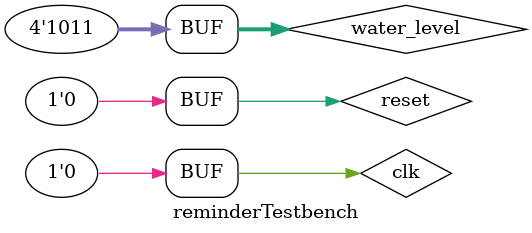
<source format=sv>
module reminderTestbench();
  logic        clk, reset;
  logic [3:0]  water_level;
  logic        remind;

  // instantiate device under test
  reminder dut(clk, reset, water_level, remind);

    initial begin
        reset = 1; water_level = 4'b1111; #10;
        reset = 0; #65;
        water_level = 4'b1110; #65;
        water_level = 4'b1101; #65;
        water_level = 4'b1100; #65;
        water_level = 4'b1011; #65;

    end

  // generate clock
  always 
    begin
      clk = 1; #2; clk = 0; #2;
    end

endmodule
</source>
